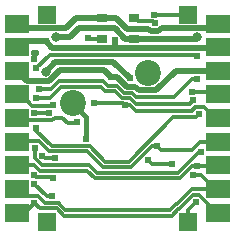
<source format=gtl>
%TF.GenerationSoftware,KiCad,Pcbnew,(6.0.1)*%
%TF.CreationDate,2022-01-27T11:35:43+01:00*%
%TF.ProjectId,poly_kb,706f6c79-5f6b-4622-9e6b-696361645f70,rev?*%
%TF.SameCoordinates,Original*%
%TF.FileFunction,Copper,L1,Top*%
%TF.FilePolarity,Positive*%
%FSLAX46Y46*%
G04 Gerber Fmt 4.6, Leading zero omitted, Abs format (unit mm)*
G04 Created by KiCad (PCBNEW (6.0.1)) date 2022-01-27 11:35:43*
%MOMM*%
%LPD*%
G01*
G04 APERTURE LIST*
G04 Aperture macros list*
%AMRoundRect*
0 Rectangle with rounded corners*
0 $1 Rounding radius*
0 $2 $3 $4 $5 $6 $7 $8 $9 X,Y pos of 4 corners*
0 Add a 4 corners polygon primitive as box body*
4,1,4,$2,$3,$4,$5,$6,$7,$8,$9,$2,$3,0*
0 Add four circle primitives for the rounded corners*
1,1,$1+$1,$2,$3*
1,1,$1+$1,$4,$5*
1,1,$1+$1,$6,$7*
1,1,$1+$1,$8,$9*
0 Add four rect primitives between the rounded corners*
20,1,$1+$1,$2,$3,$4,$5,0*
20,1,$1+$1,$4,$5,$6,$7,0*
20,1,$1+$1,$6,$7,$8,$9,0*
20,1,$1+$1,$8,$9,$2,$3,0*%
G04 Aperture macros list end*
%TA.AperFunction,SMDPad,CuDef*%
%ADD10RoundRect,0.135000X-0.185000X0.135000X-0.185000X-0.135000X0.185000X-0.135000X0.185000X0.135000X0*%
%TD*%
%TA.AperFunction,SMDPad,CuDef*%
%ADD11R,2.000000X1.500000*%
%TD*%
%TA.AperFunction,SMDPad,CuDef*%
%ADD12R,0.950000X0.800000*%
%TD*%
%TA.AperFunction,ComponentPad*%
%ADD13C,2.200000*%
%TD*%
%TA.AperFunction,ComponentPad*%
%ADD14R,1.500000X1.500000*%
%TD*%
%TA.AperFunction,ViaPad*%
%ADD15C,0.609600*%
%TD*%
%TA.AperFunction,ViaPad*%
%ADD16C,0.800000*%
%TD*%
%TA.AperFunction,Conductor*%
%ADD17C,0.300000*%
%TD*%
%TA.AperFunction,Conductor*%
%ADD18C,0.500000*%
%TD*%
%TA.AperFunction,Conductor*%
%ADD19C,0.400000*%
%TD*%
G04 APERTURE END LIST*
D10*
%TO.P,R1,1*%
%TO.N,/Keyboard/sheet605ED2EB/3V3*%
X263499600Y-110335600D03*
%TO.P,R1,2*%
%TO.N,/Keyboard/sheet605ED2EB/CS*%
X263499600Y-111355600D03*
%TD*%
D11*
%TO.P,J3,1,Pin_1*%
%TO.N,/Keyboard/sheet605ED2EB/5V*%
X262001000Y-108840000D03*
%TO.P,J3,2,Pin_2*%
%TO.N,/Keyboard/sheet605ED2EB/3V3*%
X262001000Y-110840000D03*
%TO.P,J3,3,Pin_3*%
%TO.N,/Keyboard/sheet605ED2EB/4V2*%
X262001000Y-112840000D03*
%TO.P,J3,4,Pin_4*%
%TO.N,/Keyboard/sheet605ED2EB/LED_DOUT*%
X262001000Y-114840000D03*
%TO.P,J3,5,Pin_5*%
%TO.N,/Keyboard/sheet605ED2EB/RESET*%
X262001000Y-116840000D03*
%TO.P,J3,6,Pin_6*%
%TO.N,/Keyboard/sheet605ED2EB/SDIN*%
X262001000Y-118840000D03*
%TO.P,J3,7,Pin_7*%
%TO.N,/Keyboard/sheet605ED2EB/D-C*%
X262001000Y-120840000D03*
%TO.P,J3,8,Pin_8*%
%TO.N,/Keyboard/sheet605ED2EB/SCLK*%
X262001000Y-122840000D03*
%TO.P,J3,9,Pin_9*%
%TO.N,/Keyboard/sheet605ED2EB/KeyRow*%
X262001000Y-124840000D03*
%TD*%
%TO.P,J4,1,Pin_1*%
%TO.N,/Keyboard/sheet605ED2EB/5V*%
X279019000Y-108840000D03*
%TO.P,J4,2,Pin_2*%
%TO.N,/Keyboard/sheet605ED2EB/3V3*%
X279019000Y-110840000D03*
%TO.P,J4,3,Pin_3*%
%TO.N,/Keyboard/sheet605ED2EB/4V2*%
X279019000Y-112840000D03*
%TO.P,J4,4,Pin_4*%
%TO.N,/Keyboard/sheet605ED2EB/LED_DIN*%
X279019000Y-114840000D03*
%TO.P,J4,5,Pin_5*%
%TO.N,/Keyboard/sheet605ED2EB/RESET*%
X279019000Y-116840000D03*
%TO.P,J4,6,Pin_6*%
%TO.N,/Keyboard/sheet605ED2EB/SDIN*%
X279019000Y-118840000D03*
%TO.P,J4,7,Pin_7*%
%TO.N,/Keyboard/sheet605ED2EB/D-C*%
X279019000Y-120840000D03*
%TO.P,J4,8,Pin_8*%
%TO.N,/Keyboard/sheet605ED2EB/SCLK*%
X279019000Y-122840000D03*
%TO.P,J4,9,Pin_9*%
%TO.N,/Keyboard/sheet605ED2EB/KeyRow*%
X279019000Y-124840000D03*
%TD*%
D12*
%TO.P,LED1,1,VDD*%
%TO.N,/Keyboard/sheet605ED2EB/5V*%
X269145000Y-108330000D03*
%TO.P,LED1,2,DOUT*%
%TO.N,/Keyboard/sheet605ED2EB/LED_DOUT*%
X269145000Y-110110000D03*
%TO.P,LED1,3,VSS*%
%TO.N,/Keyboard/sheet605ED2EB/GND*%
X271875000Y-110110000D03*
%TO.P,LED1,4,DIN*%
%TO.N,/Keyboard/sheet605ED2EB/LED_DIN*%
X271875000Y-108330000D03*
%TD*%
D13*
%TO.P,SW1,1,1*%
%TO.N,/Keyboard/sheet605ED2EB/KeyRow*%
X273050000Y-113030000D03*
%TO.P,SW1,2,2*%
%TO.N,Net-(D1-Pad2)*%
X266700000Y-115570000D03*
%TD*%
D14*
%TO.P,J2,1,Pin_1*%
%TO.N,/Keyboard/sheet605ED2EB/KeyCol*%
X276479000Y-108077000D03*
%TD*%
%TO.P,J8,1,Pin_1*%
%TO.N,/Keyboard/sheet605ED2EB/KeyCol*%
X264541000Y-108077000D03*
%TD*%
%TO.P,J9,1,Pin_1*%
%TO.N,/Keyboard/sheet605ED2EB/KeyCol*%
X276479000Y-125603000D03*
%TD*%
%TO.P,J7,1,Pin_1*%
%TO.N,/Keyboard/sheet605ED2EB/KeyCol*%
X264541000Y-125603000D03*
%TD*%
D15*
%TO.N,/Keyboard/sheet605ED2EB/CS*%
X263377419Y-111806625D03*
%TO.N,CS3*%
X263593438Y-115142514D03*
%TO.N,/Keyboard/sheet605ED2EB/GND*%
X267208000Y-112090810D03*
D16*
X277208020Y-110000010D03*
D15*
X271522443Y-113483648D03*
D16*
X265286206Y-109987025D03*
X264378521Y-112923539D03*
D15*
%TO.N,/Keyboard/sheet605ED2EB/3V3*%
X270256000Y-110236000D03*
X264399684Y-110348684D03*
%TO.N,/Keyboard/sheet605ED2EB/4V2*%
X269924331Y-113398300D03*
X266803034Y-112799966D03*
%TO.N,/Keyboard/sheet605ED2EB/CS*%
X264710277Y-116406013D03*
X264052815Y-120015000D03*
X263444117Y-116433801D03*
X265192031Y-120254815D03*
%TO.N,/Keyboard/sheet605ED2EB/RESET*%
X267081000Y-117208300D03*
X271066152Y-115727400D03*
X268478000Y-115570000D03*
%TO.N,/Keyboard/sheet605ED2EB/D-C*%
X277238634Y-120904000D03*
%TO.N,/Keyboard/sheet605ED2EB/SCLK*%
X276904192Y-121658555D03*
%TO.N,/Keyboard/sheet605ED2EB/SDIN*%
X273840287Y-119210030D03*
%TO.N,/Keyboard/sheet605ED2EB/LED_DOUT*%
X267998553Y-110072505D03*
X265052239Y-115748848D03*
%TO.N,/Keyboard/sheet605ED2EB/LED_DIN*%
X273609379Y-108814826D03*
X276751854Y-114613543D03*
%TO.N,Net-(D1-Pad2)*%
X267843000Y-118618000D03*
%TO.N,/Keyboard/sheet605ED2EB/KeyRow*%
X263441239Y-124001874D03*
%TO.N,/Keyboard/sheet605ED2EB/KeyCol*%
X275079634Y-120736168D03*
X273558004Y-108076996D03*
X277114000Y-123952000D03*
X273050000Y-120396000D03*
%TO.N,CS7*%
X263435840Y-122428000D03*
X264951061Y-123463185D03*
%TO.N,CS6*%
X265049000Y-121920000D03*
X263424509Y-121688475D03*
%TO.N,CS5*%
X277541646Y-119722825D03*
X263525000Y-119380000D03*
%TO.N,CS4*%
X277399743Y-116460940D03*
X263600190Y-117678300D03*
%TO.N,CS3*%
X276881702Y-115341667D03*
%TO.N,CS2*%
X277181865Y-113538000D03*
X263829370Y-114373792D03*
%TO.N,CS1*%
X263600154Y-112623197D03*
X277181865Y-111624962D03*
%TD*%
D17*
%TO.N,/Keyboard/sheet605ED2EB/SCLK*%
X275590729Y-124000681D02*
X276751410Y-122840000D01*
X275352401Y-124202175D02*
X275590729Y-124000681D01*
X275349881Y-124201964D02*
X275352401Y-124202175D01*
X274949045Y-124602800D02*
X275349881Y-124201964D01*
X265535740Y-124090696D02*
X266047844Y-124602800D01*
X264352879Y-124047987D02*
X265485224Y-124047987D01*
X263708279Y-123403387D02*
X264352879Y-124047987D01*
X276751410Y-122840000D02*
X279019000Y-122840000D01*
X262818387Y-123403387D02*
X263708279Y-123403387D01*
X265485224Y-124047987D02*
X265535740Y-124090696D01*
X262255000Y-122840000D02*
X262818387Y-123403387D01*
X266047844Y-124602800D02*
X274949045Y-124602800D01*
%TO.N,/Keyboard/sheet605ED2EB/KeyRow*%
X263917363Y-124477998D02*
X263441239Y-124001874D01*
X265314843Y-124477998D02*
X263917363Y-124477998D01*
X275057172Y-125102800D02*
X265939645Y-125102800D01*
X265939645Y-125102800D02*
X265314843Y-124477998D01*
X275626087Y-124533885D02*
X275057172Y-125102800D01*
X275684552Y-124533885D02*
X275626087Y-124533885D01*
X276851239Y-123367198D02*
X275684552Y-124533885D01*
X277394706Y-123367198D02*
X276851239Y-123367198D01*
X278867508Y-124840000D02*
X277394706Y-123367198D01*
X279019000Y-124840000D02*
X278867508Y-124840000D01*
%TO.N,/Keyboard/sheet605ED2EB/RESET*%
X265802000Y-116802800D02*
X266302000Y-117302800D01*
X266986500Y-117302800D02*
X267081000Y-117208300D01*
X264924513Y-117018102D02*
X265139815Y-116802800D01*
X262179102Y-117018102D02*
X264924513Y-117018102D01*
X266302000Y-117302800D02*
X266986500Y-117302800D01*
X262001000Y-116840000D02*
X262179102Y-117018102D01*
X265139815Y-116802800D02*
X265802000Y-116802800D01*
%TO.N,/Keyboard/sheet605ED2EB/CS*%
X263444117Y-116433801D02*
X264682489Y-116433801D01*
X264682489Y-116433801D02*
X264710277Y-116406013D01*
%TO.N,/Keyboard/sheet605ED2EB/LED_DOUT*%
X263237894Y-115806884D02*
X264994203Y-115806884D01*
X262001000Y-114840000D02*
X262271010Y-114840000D01*
X262271010Y-114840000D02*
X263237894Y-115806884D01*
X264994203Y-115806884D02*
X265052239Y-115748848D01*
%TO.N,/Keyboard/sheet605ED2EB/RESET*%
X267068300Y-117208300D02*
X267081000Y-117208300D01*
D18*
%TO.N,/Keyboard/sheet605ED2EB/4V2*%
X270453224Y-113398300D02*
X269924331Y-113398300D01*
X271238995Y-114184071D02*
X270453224Y-113398300D01*
X273760401Y-114510001D02*
X272280290Y-114510001D01*
X272280290Y-114510001D02*
X271954360Y-114184071D01*
X275430402Y-112840000D02*
X273760401Y-114510001D01*
X278765000Y-112840000D02*
X275430402Y-112840000D01*
X271954360Y-114184071D02*
X271238995Y-114184071D01*
X269325997Y-112799966D02*
X269924331Y-113398300D01*
X266803034Y-112799966D02*
X269325997Y-112799966D01*
%TO.N,/Keyboard/sheet605ED2EB/GND*%
X270129605Y-112090810D02*
X271522443Y-113483648D01*
X267208000Y-112090810D02*
X270129605Y-112090810D01*
D17*
%TO.N,CS3*%
X265678874Y-114189999D02*
X264726359Y-115142514D01*
X269071882Y-114189999D02*
X265678874Y-114189999D01*
X269444419Y-114562536D02*
X269071882Y-114189999D01*
X272060493Y-115646466D02*
X271557120Y-115143093D01*
%TO.N,CS2*%
X265516684Y-113664899D02*
X264807791Y-114373792D01*
X269214178Y-113664899D02*
X265516684Y-113664899D01*
X269682304Y-114133025D02*
X269214178Y-113664899D01*
X270439107Y-114133025D02*
X269682304Y-114133025D01*
X275248801Y-115040012D02*
X272061458Y-115040011D01*
X277181865Y-113538000D02*
X276750813Y-113538000D01*
X272061458Y-115040011D02*
X271735029Y-114713582D01*
X271019664Y-114713582D02*
X270439107Y-114133025D01*
%TO.N,CS3*%
X276576903Y-115646466D02*
X272060493Y-115646466D01*
X271557120Y-115143093D02*
X270841755Y-115143093D01*
%TO.N,/Keyboard/sheet605ED2EB/RESET*%
X270911356Y-115572604D02*
X271066152Y-115727400D01*
X270663846Y-115572604D02*
X270911356Y-115572604D01*
X270663821Y-115572579D02*
X270663846Y-115572604D01*
X270663784Y-115572579D02*
X270663821Y-115572579D01*
X270663758Y-115572553D02*
X270663784Y-115572579D01*
X270661170Y-115570000D02*
X270663722Y-115572553D01*
%TO.N,CS3*%
X264726359Y-115142514D02*
X263593438Y-115142514D01*
%TO.N,/Keyboard/sheet605ED2EB/RESET*%
X268478000Y-115570000D02*
X270661170Y-115570000D01*
X272004711Y-116226511D02*
X271505600Y-115727400D01*
X277799199Y-115874199D02*
X277214662Y-115874199D01*
%TO.N,CS2*%
X264807791Y-114373792D02*
X263829370Y-114373792D01*
%TO.N,/Keyboard/sheet605ED2EB/RESET*%
X277214662Y-115874199D02*
X277162406Y-115926455D01*
%TO.N,CS3*%
X270261198Y-114562536D02*
X269444419Y-114562536D01*
%TO.N,/Keyboard/sheet605ED2EB/RESET*%
X277065929Y-115926455D02*
X276765873Y-116226511D01*
X270663722Y-115572553D02*
X270663758Y-115572553D01*
%TO.N,CS2*%
X276750813Y-113538000D02*
X275248801Y-115040012D01*
%TO.N,/Keyboard/sheet605ED2EB/RESET*%
X278765000Y-116840000D02*
X277799199Y-115874199D01*
%TO.N,CS2*%
X271735029Y-114713582D02*
X271019664Y-114713582D01*
%TO.N,/Keyboard/sheet605ED2EB/RESET*%
X277162406Y-115926455D02*
X277065929Y-115926455D01*
X276765873Y-116226511D02*
X272004711Y-116226511D01*
%TO.N,CS3*%
X276881702Y-115341667D02*
X276576903Y-115646466D01*
%TO.N,/Keyboard/sheet605ED2EB/RESET*%
X271505600Y-115727400D02*
X271066152Y-115727400D01*
%TO.N,CS3*%
X270841755Y-115143093D02*
X270261198Y-114562536D01*
D18*
%TO.N,/Keyboard/sheet605ED2EB/3V3*%
X262507400Y-110333600D02*
X262001000Y-110840000D01*
X263652000Y-110333600D02*
X262507400Y-110333600D01*
X263667084Y-110348684D02*
X263652000Y-110333600D01*
X264399684Y-110348684D02*
X263667084Y-110348684D01*
D17*
%TO.N,/Keyboard/sheet605ED2EB/CS*%
X263501600Y-111353600D02*
X263377419Y-111477781D01*
X263652000Y-111353600D02*
X263501600Y-111353600D01*
X263377419Y-111477781D02*
X263377419Y-111806625D01*
D18*
%TO.N,/Keyboard/sheet605ED2EB/3V3*%
X264940511Y-110889511D02*
X264399684Y-110348684D01*
%TO.N,/Keyboard/sheet605ED2EB/4V2*%
X262850491Y-113689491D02*
X262001000Y-112840000D01*
D17*
%TO.N,CS4*%
X263600190Y-117952592D02*
X263600190Y-117678300D01*
X264887599Y-119240001D02*
X263600190Y-117952592D01*
X268106890Y-119240001D02*
X264887599Y-119240001D01*
X269389889Y-120523000D02*
X268106890Y-119240001D01*
X271449367Y-120523000D02*
X269389889Y-120523000D01*
X275206628Y-116765739D02*
X271449367Y-120523000D01*
X277094944Y-116765739D02*
X275206628Y-116765739D01*
X277399743Y-116460940D02*
X277094944Y-116765739D01*
%TO.N,CS1*%
X264733980Y-111489371D02*
X263600154Y-112623197D01*
X277046274Y-111489371D02*
X264733980Y-111489371D01*
D18*
%TO.N,/Keyboard/sheet605ED2EB/GND*%
X265211250Y-112090810D02*
X264378521Y-112923539D01*
X267208000Y-112090810D02*
X265211250Y-112090810D01*
D17*
%TO.N,CS1*%
X277181865Y-111624962D02*
X277046274Y-111489371D01*
D18*
%TO.N,/Keyboard/sheet605ED2EB/4V2*%
X264701351Y-113731390D02*
X264154717Y-113731390D01*
X265632775Y-112799966D02*
X264701351Y-113731390D01*
X266803034Y-112799966D02*
X265632775Y-112799966D01*
X264112818Y-113689491D02*
X262850491Y-113689491D01*
X264154717Y-113731390D02*
X264112818Y-113689491D01*
D17*
%TO.N,/Keyboard/sheet605ED2EB/3V3*%
X262492316Y-110348684D02*
X262001000Y-110840000D01*
D18*
X270401511Y-110889511D02*
X270110489Y-110889511D01*
X278969489Y-110889511D02*
X279019000Y-110840000D01*
X270401511Y-110889511D02*
X278969489Y-110889511D01*
X270256000Y-110744000D02*
X270401511Y-110889511D01*
X270110489Y-110889511D02*
X264940511Y-110889511D01*
X270256000Y-110744000D02*
X270110489Y-110889511D01*
X270256000Y-110236000D02*
X270256000Y-110744000D01*
%TO.N,/Keyboard/sheet605ED2EB/4V2*%
X262255000Y-112840000D02*
X262519765Y-113104765D01*
%TO.N,/Keyboard/sheet605ED2EB/GND*%
X271894638Y-110129638D02*
X277078392Y-110129638D01*
X271875000Y-110110000D02*
X271894638Y-110129638D01*
X270253506Y-109220000D02*
X267208000Y-109220000D01*
X267208000Y-109220000D02*
X266440975Y-109987025D01*
X266440975Y-109987025D02*
X265286206Y-109987025D01*
X277078392Y-110129638D02*
X277208020Y-110000010D01*
X271143506Y-110110000D02*
X270253506Y-109220000D01*
X271875000Y-110110000D02*
X271143506Y-110110000D01*
%TO.N,/Keyboard/sheet605ED2EB/3V3*%
X262255000Y-110840000D02*
X262452600Y-110642400D01*
D17*
X264410768Y-110337600D02*
X264414000Y-110337600D01*
X264399684Y-110348684D02*
X264410768Y-110337600D01*
%TO.N,/Keyboard/sheet605ED2EB/CS*%
X265192031Y-120254815D02*
X264292630Y-120254815D01*
X264292630Y-120254815D02*
X264052815Y-120015000D01*
%TO.N,/Keyboard/sheet605ED2EB/D-C*%
X267895130Y-121283812D02*
X268542695Y-121931377D01*
X275780205Y-121931377D02*
X276807582Y-120904000D01*
X268542695Y-121931377D02*
X275780205Y-121931377D01*
X278765000Y-120840000D02*
X278701000Y-120904000D01*
X276807582Y-120904000D02*
X277238634Y-120904000D01*
X278701000Y-120904000D02*
X277238634Y-120904000D01*
X262255000Y-120840000D02*
X263433498Y-120840000D01*
X263877310Y-121283812D02*
X267895130Y-121283812D01*
X263433498Y-120840000D02*
X263877310Y-121283812D01*
%TO.N,/Keyboard/sheet605ED2EB/SCLK*%
X276904192Y-121658555D02*
X277583555Y-121658555D01*
X278765000Y-122840000D02*
X277583555Y-121658555D01*
%TO.N,/Keyboard/sheet605ED2EB/SDIN*%
X274145086Y-119514829D02*
X273840287Y-119210030D01*
X269211773Y-120953011D02*
X271627483Y-120953011D01*
X276805278Y-119514829D02*
X274145086Y-119514829D01*
X262255000Y-118840000D02*
X262299802Y-118795198D01*
X267928774Y-119670012D02*
X269211773Y-120953011D01*
X271627483Y-120953011D02*
X273370464Y-119210030D01*
X263834669Y-118795198D02*
X264709483Y-119670012D01*
X262299802Y-118795198D02*
X263834669Y-118795198D01*
X278765000Y-118840000D02*
X277480107Y-118840000D01*
X277480107Y-118840000D02*
X276805278Y-119514829D01*
X273370464Y-119210030D02*
X273840287Y-119210030D01*
X264709483Y-119670012D02*
X267928774Y-119670012D01*
%TO.N,/Keyboard/sheet605ED2EB/LED_DOUT*%
X269145000Y-110110000D02*
X268036048Y-110110000D01*
X262255000Y-114840000D02*
X262718199Y-114376801D01*
X268036048Y-110110000D02*
X267998553Y-110072505D01*
%TO.N,/Keyboard/sheet605ED2EB/LED_DIN*%
X278765000Y-114840000D02*
X278538543Y-114613543D01*
X273456355Y-108661802D02*
X273609379Y-108814826D01*
X272206802Y-108661802D02*
X273456355Y-108661802D01*
X271875000Y-108330000D02*
X272206802Y-108661802D01*
X278538543Y-114613543D02*
X276751854Y-114613543D01*
D18*
%TO.N,/Keyboard/sheet605ED2EB/5V*%
X266077999Y-109207001D02*
X266955000Y-108330000D01*
X273076650Y-109295603D02*
X273280674Y-109499627D01*
X269145000Y-108330000D02*
X270315998Y-108330000D01*
X262622001Y-109207001D02*
X266077999Y-109207001D01*
X266955000Y-108330000D02*
X269145000Y-108330000D01*
X273938084Y-109499627D02*
X274217711Y-109220000D01*
X278385000Y-109220000D02*
X278765000Y-108840000D01*
X271281601Y-109295603D02*
X273076650Y-109295603D01*
X270315998Y-108330000D02*
X271281601Y-109295603D01*
X273280674Y-109499627D02*
X273938084Y-109499627D01*
X274217711Y-109220000D02*
X278385000Y-109220000D01*
X262255000Y-108840000D02*
X262622001Y-109207001D01*
D19*
%TO.N,Net-(D1-Pad2)*%
X267843000Y-116713000D02*
X267843000Y-118618000D01*
X266700000Y-115570000D02*
X267843000Y-116713000D01*
D17*
%TO.N,/Keyboard/sheet605ED2EB/KeyRow*%
X262255000Y-124840000D02*
X262603113Y-124840000D01*
X262603113Y-124840000D02*
X263441239Y-124001874D01*
%TO.N,/Keyboard/sheet605ED2EB/KeyCol*%
X276479000Y-124587000D02*
X277114000Y-123952000D01*
X273558008Y-108077000D02*
X273558004Y-108076996D01*
X273390168Y-120736168D02*
X273050000Y-120396000D01*
X275079634Y-120736168D02*
X273390168Y-120736168D01*
X276479000Y-108077000D02*
X273558008Y-108077000D01*
X276479000Y-125603000D02*
X276479000Y-124587000D01*
%TO.N,CS7*%
X264471025Y-123463185D02*
X264951061Y-123463185D01*
X263435840Y-122428000D02*
X264471025Y-123463185D01*
%TO.N,CS6*%
X265049000Y-121920000D02*
X264972198Y-121843198D01*
X263579232Y-121843198D02*
X263424509Y-121688475D01*
X264972198Y-121843198D02*
X263579232Y-121843198D01*
%TO.N,CS5*%
X277363183Y-119722825D02*
X275584642Y-121501366D01*
X268720811Y-121501366D02*
X268073246Y-120853801D01*
X277541646Y-119722825D02*
X277363183Y-119722825D01*
X275584642Y-121501366D02*
X268720811Y-121501366D01*
X263468005Y-120266380D02*
X263468005Y-119436995D01*
X268073246Y-120853801D02*
X264055426Y-120853801D01*
X263468005Y-119436995D02*
X263525000Y-119380000D01*
X264055426Y-120853801D02*
X263468005Y-120266380D01*
%TD*%
M02*

</source>
